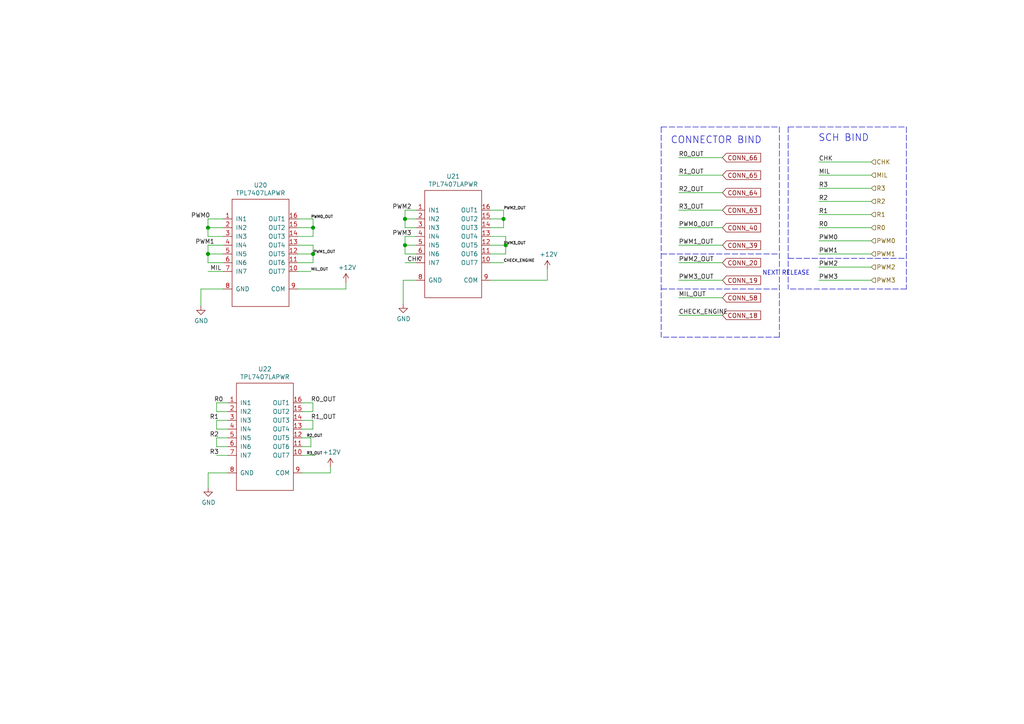
<source format=kicad_sch>
(kicad_sch (version 20201015) (generator eeschema)
  (paper "A4")
  (lib_symbols
    (symbol "OpenEFI-STM32-rev3:TPL7407LAPWR" (pin_names (offset 1.016))
      (property "Reference" "U" (at -6.985 5.08 0))
      (property "Value" "TPL7407LAPWR" (at 0 -22.86 0))
      (symbol "TPL7407LAPWR_0_1"
        (rectangle (start -8.255 6.35) (end 8.255 -24.765))
      )
      (symbol "TPL7407LAPWR_1_1"
        (pin input line (at -10.795 0.635 0) (length 2.54) (name "IN1") (number "1"))
        (pin output line (at 10.795 -14.605 180) (length 2.54) (name "OUT7") (number "10"))
        (pin output line (at 10.795 -12.065 180) (length 2.54) (name "OUT6") (number "11"))
        (pin output line (at 10.795 -9.525 180) (length 2.54) (name "OUT5") (number "12"))
        (pin output line (at 10.795 -6.985 180) (length 2.54) (name "OUT4") (number "13"))
        (pin output line (at 10.795 -4.445 180) (length 2.54) (name "OUT3") (number "14"))
        (pin output line (at 10.795 -1.905 180) (length 2.54) (name "OUT2") (number "15"))
        (pin output line (at 10.795 0.635 180) (length 2.54) (name "OUT1") (number "16"))
        (pin input line (at -10.795 -1.905 0) (length 2.54) (name "IN2") (number "2"))
        (pin input line (at -10.795 -4.445 0) (length 2.54) (name "IN3") (number "3"))
        (pin input line (at -10.795 -6.985 0) (length 2.54) (name "IN4") (number "4"))
        (pin input line (at -10.795 -9.525 0) (length 2.54) (name "IN5") (number "5"))
        (pin input line (at -10.795 -12.065 0) (length 2.54) (name "IN6") (number "6"))
        (pin input line (at -10.795 -14.605 0) (length 2.54) (name "IN7") (number "7"))
        (pin input line (at -10.795 -19.685 0) (length 2.54) (name "GND") (number "8"))
        (pin input line (at 10.795 -19.685 180) (length 2.54) (name "COM") (number "9"))
      )
    )
    (symbol "power:+12V" (power) (pin_names (offset 0))
      (property "Value" "+12V" (at 0 3.556 0))
      (symbol "+12V_0_1"
        (polyline (pts (xy -0.762 1.27) (xy 0 2.54)))
        (polyline (pts (xy 0 0) (xy 0 2.54)))
        (polyline (pts (xy 0 2.54) (xy 0.762 1.27)))
      )
      (symbol "+12V_1_1"
        (pin power_in line (at 0 0 90) (length 0) hide (name "+12V") (number "1"))
      )
    )
    (symbol "power:GND" (power) (pin_names (offset 0))
      (property "Value" "GND" (at 0 -3.81 0))
      (symbol "GND_0_1"
        (polyline (pts (xy 0 0) (xy 0 -1.27) (xy 1.27 -1.27) (xy 0 -2.54) (xy -1.27 -1.27) (xy 0 -1.27)))
      )
      (symbol "GND_1_1"
        (pin power_in line (at 0 0 270) (length 0) hide (name "GND") (number "1"))
      )
    )
  )
  (junction (at 60.325 66.04) (diameter 1.016))
  (junction (at 60.325 73.66) (diameter 1.016))
  (junction (at 90.805 66.04) (diameter 1.016))
  (junction (at 90.805 73.66) (diameter 1.016))
  (junction (at 117.475 63.5) (diameter 1.016))
  (junction (at 117.475 71.12) (diameter 1.016))
  (junction (at 146.05 63.5) (diameter 1.016))
  (junction (at 146.685 71.12) (diameter 1.016))
  (wire (pts (xy 58.2676 83.82) (xy 58.2676 88.7222)))
  (wire (pts (xy 60.325 63.5) (xy 64.77 63.5)))
  (wire (pts (xy 60.325 66.04) (xy 60.325 63.5)))
  (wire (pts (xy 60.325 66.04) (xy 64.77 66.04)))
  (wire (pts (xy 60.325 68.58) (xy 60.325 66.04)))
  (wire (pts (xy 60.325 71.12) (xy 60.325 73.66)))
  (wire (pts (xy 60.325 73.66) (xy 60.325 76.2)))
  (wire (pts (xy 60.325 73.66) (xy 64.77 73.66)))
  (wire (pts (xy 60.325 76.2) (xy 64.77 76.2)))
  (wire (pts (xy 60.325 78.74) (xy 64.77 78.74)))
  (wire (pts (xy 60.3758 137.16) (xy 60.3758 141.4272)))
  (wire (pts (xy 62.8142 116.84) (xy 62.8142 119.38)))
  (wire (pts (xy 62.8142 119.38) (xy 66.04 119.38)))
  (wire (pts (xy 62.8142 121.92) (xy 62.8142 124.46)))
  (wire (pts (xy 62.8142 124.46) (xy 66.04 124.46)))
  (wire (pts (xy 62.8142 127) (xy 62.8142 129.54)))
  (wire (pts (xy 62.8142 129.54) (xy 66.04 129.54)))
  (wire (pts (xy 62.8142 132.08) (xy 66.04 132.08)))
  (wire (pts (xy 64.77 68.58) (xy 60.325 68.58)))
  (wire (pts (xy 64.77 71.12) (xy 60.325 71.12)))
  (wire (pts (xy 64.77 83.82) (xy 58.2676 83.82)))
  (wire (pts (xy 66.04 116.84) (xy 62.8142 116.84)))
  (wire (pts (xy 66.04 121.92) (xy 62.8142 121.92)))
  (wire (pts (xy 66.04 127) (xy 62.8142 127)))
  (wire (pts (xy 66.04 137.16) (xy 60.3758 137.16)))
  (wire (pts (xy 86.36 63.5) (xy 90.805 63.5)))
  (wire (pts (xy 86.36 66.04) (xy 90.805 66.04)))
  (wire (pts (xy 86.36 71.12) (xy 90.805 71.12)))
  (wire (pts (xy 86.36 73.66) (xy 90.805 73.66)))
  (wire (pts (xy 86.36 78.74) (xy 90.17 78.74)))
  (wire (pts (xy 86.36 83.82) (xy 100.33 83.82)))
  (wire (pts (xy 87.63 116.84) (xy 90.7542 116.84)))
  (wire (pts (xy 87.63 121.92) (xy 90.7542 121.92)))
  (wire (pts (xy 87.63 127) (xy 90.17 127)))
  (wire (pts (xy 87.63 132.08) (xy 91.44 132.08)))
  (wire (pts (xy 87.63 137.16) (xy 95.8342 137.16)))
  (wire (pts (xy 90.17 127) (xy 90.17 129.54)))
  (wire (pts (xy 90.17 129.54) (xy 87.63 129.54)))
  (wire (pts (xy 90.7542 116.84) (xy 90.7542 119.38)))
  (wire (pts (xy 90.7542 119.38) (xy 87.63 119.38)))
  (wire (pts (xy 90.7542 121.92) (xy 90.7542 124.46)))
  (wire (pts (xy 90.7542 124.46) (xy 87.63 124.46)))
  (wire (pts (xy 90.805 63.5) (xy 90.805 66.04)))
  (wire (pts (xy 90.805 66.04) (xy 90.805 68.58)))
  (wire (pts (xy 90.805 68.58) (xy 86.36 68.58)))
  (wire (pts (xy 90.805 71.12) (xy 90.805 73.66)))
  (wire (pts (xy 90.805 73.66) (xy 90.805 76.2)))
  (wire (pts (xy 90.805 76.2) (xy 86.36 76.2)))
  (wire (pts (xy 95.8342 137.16) (xy 95.8342 135.4836)))
  (wire (pts (xy 100.33 81.915) (xy 100.33 83.82)))
  (wire (pts (xy 116.9416 81.28) (xy 116.9416 88.1634)))
  (wire (pts (xy 117.475 60.96) (xy 117.475 63.5)))
  (wire (pts (xy 117.475 63.5) (xy 117.475 66.04)))
  (wire (pts (xy 117.475 63.5) (xy 120.65 63.5)))
  (wire (pts (xy 117.475 68.58) (xy 117.475 71.12)))
  (wire (pts (xy 117.475 68.58) (xy 120.65 68.58)))
  (wire (pts (xy 117.475 71.12) (xy 117.475 73.66)))
  (wire (pts (xy 117.475 73.66) (xy 120.65 73.66)))
  (wire (pts (xy 117.475 76.2) (xy 120.65 76.2)))
  (wire (pts (xy 120.65 60.96) (xy 117.475 60.96)))
  (wire (pts (xy 120.65 66.04) (xy 117.475 66.04)))
  (wire (pts (xy 120.65 71.12) (xy 117.475 71.12)))
  (wire (pts (xy 120.65 81.28) (xy 116.9416 81.28)))
  (wire (pts (xy 142.24 63.5) (xy 146.05 63.5)))
  (wire (pts (xy 142.24 66.04) (xy 146.05 66.04)))
  (wire (pts (xy 142.24 68.58) (xy 146.685 68.58)))
  (wire (pts (xy 142.24 71.12) (xy 146.685 71.12)))
  (wire (pts (xy 142.24 76.2) (xy 146.05 76.2)))
  (wire (pts (xy 142.24 81.28) (xy 158.75 81.28)))
  (wire (pts (xy 146.05 60.96) (xy 142.24 60.96)))
  (wire (pts (xy 146.05 63.5) (xy 146.05 60.96)))
  (wire (pts (xy 146.05 66.04) (xy 146.05 63.5)))
  (wire (pts (xy 146.685 68.58) (xy 146.685 71.12)))
  (wire (pts (xy 146.685 71.12) (xy 146.685 73.66)))
  (wire (pts (xy 146.685 73.66) (xy 142.24 73.66)))
  (wire (pts (xy 158.75 78.105) (xy 158.75 81.28)))
  (wire (pts (xy 196.85 45.72) (xy 209.55 45.72)))
  (wire (pts (xy 196.85 50.8) (xy 209.55 50.8)))
  (wire (pts (xy 196.85 55.88) (xy 209.55 55.88)))
  (wire (pts (xy 196.85 60.96) (xy 209.55 60.96)))
  (wire (pts (xy 196.85 66.04) (xy 209.55 66.04)))
  (wire (pts (xy 196.85 71.12) (xy 209.55 71.12)))
  (wire (pts (xy 196.85 76.2) (xy 209.55 76.2)))
  (wire (pts (xy 196.85 81.28) (xy 209.55 81.28)))
  (wire (pts (xy 196.85 86.36) (xy 209.55 86.36)))
  (wire (pts (xy 196.85 91.44) (xy 209.55 91.44)))
  (wire (pts (xy 237.49 46.99) (xy 252.73 46.99)))
  (wire (pts (xy 237.49 50.8) (xy 252.73 50.8)))
  (wire (pts (xy 237.49 54.61) (xy 252.73 54.61)))
  (wire (pts (xy 237.49 58.42) (xy 252.73 58.42)))
  (wire (pts (xy 237.49 62.23) (xy 252.73 62.23)))
  (wire (pts (xy 237.49 66.04) (xy 252.73 66.04)))
  (wire (pts (xy 237.49 69.85) (xy 252.73 69.85)))
  (wire (pts (xy 237.49 73.66) (xy 252.73 73.66)))
  (wire (pts (xy 237.49 77.47) (xy 252.73 77.47)))
  (wire (pts (xy 237.49 81.28) (xy 252.73 81.28)))
  (polyline (pts (xy 191.77 36.83) (xy 191.77 97.79)) (stroke (width 0) (type dash)))
  (polyline (pts (xy 191.77 36.83) (xy 226.06 36.83)) (stroke (width 0) (type dash)))
  (polyline (pts (xy 191.77 73.66) (xy 226.06 73.66)) (stroke (width 0) (type dash)))
  (polyline (pts (xy 191.77 83.82) (xy 226.06 83.82)) (stroke (width 0) (type dash)))
  (polyline (pts (xy 226.06 36.83) (xy 226.06 97.79)) (stroke (width 0) (type dash)))
  (polyline (pts (xy 226.06 97.79) (xy 191.77 97.79)) (stroke (width 0) (type dash)))
  (polyline (pts (xy 228.6 36.83) (xy 228.6 83.82)) (stroke (width 0) (type dash)))
  (polyline (pts (xy 228.6 36.83) (xy 262.89 36.83)) (stroke (width 0) (type dash)))
  (polyline (pts (xy 228.6 74.93) (xy 262.89 74.93)) (stroke (width 0) (type dash)))
  (polyline (pts (xy 262.89 36.83) (xy 262.89 83.82)) (stroke (width 0) (type dash)))
  (polyline (pts (xy 262.89 83.82) (xy 228.6 83.82)) (stroke (width 0) (type dash)))
  (text "CONNECTOR BIND" (at 220.98 41.91 180) (effects (font (size 2 2)) (justify right bottom)))
  (text "NEXT RELEASE" (at 234.95 80.01 180) (effects (font (size 1.27 1.27)) (justify right bottom)))
  (text "SCH BIND" (at 252.095 41.275 180) (effects (font (size 2 2)) (justify right bottom)))
  (label "PWM0" (at 60.96 63.5 180))
  (label "MIL" (at 60.96 78.74 0))
  (label "PWM1" (at 62.23 71.12 180))
  (label "R1" (at 63.5 121.92 180))
  (label "R2" (at 63.5 127 180))
  (label "R3" (at 63.5 132.08 180))
  (label "R0" (at 64.77 116.84 180))
  (label "R2_OUT" (at 88.9 127 0) (effects (font (size 0.8 0.8))))
  (label "R3_OUT" (at 88.9 132.08 0) (effects (font (size 0.8 0.8))))
  (label "PWM0_OUT" (at 90.17 63.5 0) (effects (font (size 0.8 0.8))))
  (label "MIL_OUT" (at 90.17 78.74 0) (effects (font (size 0.8 0.8))))
  (label "R0_OUT" (at 90.17 116.84 0))
  (label "R1_OUT" (at 90.17 121.92 0))
  (label "PWM1_OUT" (at 90.805 73.66 0) (effects (font (size 0.8 0.8))))
  (label "CHK" (at 118.11 76.2 0))
  (label "PWM2" (at 119.38 60.96 180))
  (label "PWM3" (at 119.38 68.58 180))
  (label "PWM2_OUT" (at 146.05 60.96 0) (effects (font (size 0.8 0.8))))
  (label "PWM3_OUT" (at 146.05 71.12 0) (effects (font (size 0.8 0.8))))
  (label "CHECK_ENGINE" (at 146.05 76.2 0) (effects (font (size 0.8 0.8))))
  (label "R0_OUT" (at 196.85 45.72 0))
  (label "R1_OUT" (at 196.85 50.8 0))
  (label "R2_OUT" (at 196.85 55.88 0))
  (label "R3_OUT" (at 196.85 60.96 0))
  (label "PWM0_OUT" (at 196.85 66.04 0))
  (label "PWM1_OUT" (at 196.85 71.12 0))
  (label "PWM2_OUT" (at 196.85 76.2 0))
  (label "PWM3_OUT" (at 196.85 81.28 0))
  (label "MIL_OUT" (at 196.85 86.36 0))
  (label "CHECK_ENGINE" (at 196.85 91.44 0))
  (label "CHK" (at 237.49 46.99 0))
  (label "MIL" (at 237.49 50.8 0))
  (label "R3" (at 237.49 54.61 0))
  (label "R2" (at 237.49 58.42 0))
  (label "R1" (at 237.49 62.23 0))
  (label "R0" (at 237.49 66.04 0))
  (label "PWM0" (at 237.49 69.85 0))
  (label "PWM1" (at 237.49 73.66 0))
  (label "PWM2" (at 237.49 77.47 0))
  (label "PWM3" (at 237.49 81.28 0))
  (global_label "CONN_66" (shape input) (at 209.55 45.72 0) (property "Intersheet References" "${INTERSHEET_REFS}" (effects hide)))
  (global_label "CONN_65" (shape input) (at 209.55 50.8 0) (property "Intersheet References" "${INTERSHEET_REFS}" (effects hide)))
  (global_label "CONN_64" (shape input) (at 209.55 55.88 0) (property "Intersheet References" "${INTERSHEET_REFS}" (effects hide)))
  (global_label "CONN_63" (shape input) (at 209.55 60.96 0) (property "Intersheet References" "${INTERSHEET_REFS}" (effects hide)))
  (global_label "CONN_40" (shape input) (at 209.55 66.04 0) (property "Intersheet References" "${INTERSHEET_REFS}" (effects hide)))
  (global_label "CONN_39" (shape input) (at 209.55 71.12 0) (property "Intersheet References" "${INTERSHEET_REFS}" (effects hide)))
  (global_label "CONN_20" (shape input) (at 209.55 76.2 0) (property "Intersheet References" "${INTERSHEET_REFS}" (effects hide)))
  (global_label "CONN_19" (shape input) (at 209.55 81.28 0) (property "Intersheet References" "${INTERSHEET_REFS}" (effects hide)))
  (global_label "CONN_58" (shape input) (at 209.55 86.36 0) (property "Intersheet References" "${INTERSHEET_REFS}" (effects hide)))
  (global_label "CONN_18" (shape input) (at 209.55 91.44 0) (property "Intersheet References" "${INTERSHEET_REFS}" (effects hide)))
  (hierarchical_label "CHK" (shape input) (at 252.73 46.99 0))
  (hierarchical_label "MIL" (shape input) (at 252.73 50.8 0))
  (hierarchical_label "R3" (shape input) (at 252.73 54.61 0))
  (hierarchical_label "R2" (shape input) (at 252.73 58.42 0))
  (hierarchical_label "R1" (shape input) (at 252.73 62.23 0))
  (hierarchical_label "R0" (shape input) (at 252.73 66.04 0))
  (hierarchical_label "PWM0" (shape input) (at 252.73 69.85 0))
  (hierarchical_label "PWM1" (shape input) (at 252.73 73.66 0))
  (hierarchical_label "PWM2" (shape input) (at 252.73 77.47 0))
  (hierarchical_label "PWM3" (shape input) (at 252.73 81.28 0))
  (symbol (lib_id "power:+12V") (at 95.8342 135.4836 0) (unit 1)
    (property "Reference" "#PWR0129" (effects hide))
    (property "Value" "+12V" (at 96.2025 131.1592 0))
  )
  (symbol (lib_id "power:+12V") (at 100.33 81.915 0) (unit 1)
    (property "Reference" "#PWR0135" (effects hide))
    (property "Value" "+12V" (at 100.6983 77.5906 0))
  )
  (symbol (lib_id "power:+12V") (at 158.75 78.105 0) (unit 1)
    (property "Reference" "#PWR0136" (effects hide))
    (property "Value" "+12V" (at 159.1183 73.7806 0))
  )
  (symbol (lib_id "power:GND") (at 58.2676 88.7222 0) (unit 1)
    (property "Reference" "#PWR0130" (effects hide))
    (property "Value" "GND" (at 58.3819 93.0466 0))
  )
  (symbol (lib_id "power:GND") (at 60.3758 141.4272 0) (unit 1)
    (property "Reference" "#PWR0122" (effects hide))
    (property "Value" "GND" (at 60.4901 145.7516 0))
  )
  (symbol (lib_id "power:GND") (at 116.9416 88.1634 0) (unit 1)
    (property "Reference" "#PWR0121" (effects hide))
    (property "Value" "GND" (at 117.0559 92.4878 0))
  )
  (symbol (lib_id "OpenEFI-STM32-rev3:TPL7407LAPWR") (at 75.565 64.135 0) (unit 1)
    (property "Reference" "U20" (at 75.565 53.7018 0))
    (property "Value" "TPL7407LAPWR" (at 75.565 56.0005 0))
    (property "Footprint" "Package_SO:TSSOP-16_4.4x5mm_P0.65mm" (effects hide))
  )
  (symbol (lib_id "OpenEFI-STM32-rev3:TPL7407LAPWR") (at 76.835 117.475 0) (unit 1)
    (property "Reference" "U22" (at 76.835 107.0418 0))
    (property "Value" "TPL7407LAPWR" (at 76.835 109.3405 0))
    (property "Footprint" "Package_SO:TSSOP-16_4.4x5mm_P0.65mm" (effects hide))
  )
  (symbol (lib_id "OpenEFI-STM32-rev3:TPL7407LAPWR") (at 131.445 61.595 0) (unit 1)
    (property "Reference" "U21" (at 131.445 51.1618 0))
    (property "Value" "TPL7407LAPWR" (at 131.445 53.4605 0))
    (property "Footprint" "Package_SO:TSSOP-16_4.4x5mm_P0.65mm" (effects hide))
  )
)
</source>
